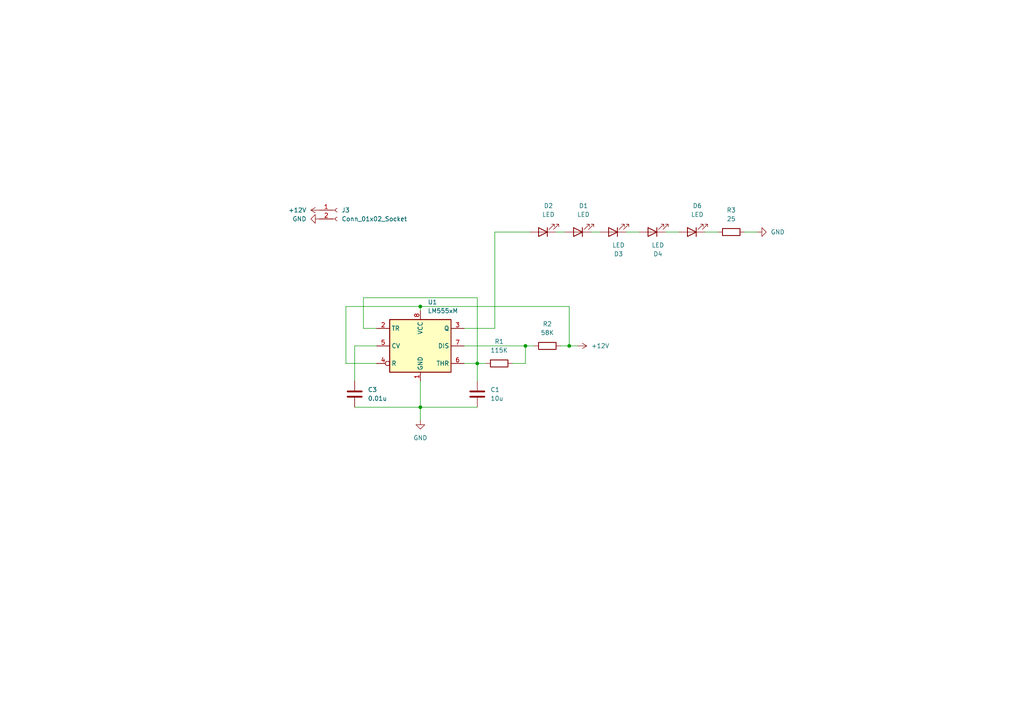
<source format=kicad_sch>
(kicad_sch
	(version 20250114)
	(generator "eeschema")
	(generator_version "9.0")
	(uuid "14e047c4-ee79-416d-aae7-70b417451271")
	(paper "A4")
	(lib_symbols
		(symbol "Connector:Conn_01x02_Socket"
			(pin_names
				(offset 1.016)
				(hide yes)
			)
			(exclude_from_sim no)
			(in_bom yes)
			(on_board yes)
			(property "Reference" "J"
				(at 0 2.54 0)
				(effects
					(font
						(size 1.27 1.27)
					)
				)
			)
			(property "Value" "Conn_01x02_Socket"
				(at 0 -5.08 0)
				(effects
					(font
						(size 1.27 1.27)
					)
				)
			)
			(property "Footprint" ""
				(at 0 0 0)
				(effects
					(font
						(size 1.27 1.27)
					)
					(hide yes)
				)
			)
			(property "Datasheet" "~"
				(at 0 0 0)
				(effects
					(font
						(size 1.27 1.27)
					)
					(hide yes)
				)
			)
			(property "Description" "Generic connector, single row, 01x02, script generated"
				(at 0 0 0)
				(effects
					(font
						(size 1.27 1.27)
					)
					(hide yes)
				)
			)
			(property "ki_locked" ""
				(at 0 0 0)
				(effects
					(font
						(size 1.27 1.27)
					)
				)
			)
			(property "ki_keywords" "connector"
				(at 0 0 0)
				(effects
					(font
						(size 1.27 1.27)
					)
					(hide yes)
				)
			)
			(property "ki_fp_filters" "Connector*:*_1x??_*"
				(at 0 0 0)
				(effects
					(font
						(size 1.27 1.27)
					)
					(hide yes)
				)
			)
			(symbol "Conn_01x02_Socket_1_1"
				(polyline
					(pts
						(xy -1.27 0) (xy -0.508 0)
					)
					(stroke
						(width 0.1524)
						(type default)
					)
					(fill
						(type none)
					)
				)
				(polyline
					(pts
						(xy -1.27 -2.54) (xy -0.508 -2.54)
					)
					(stroke
						(width 0.1524)
						(type default)
					)
					(fill
						(type none)
					)
				)
				(arc
					(start 0 -0.508)
					(mid -0.5058 0)
					(end 0 0.508)
					(stroke
						(width 0.1524)
						(type default)
					)
					(fill
						(type none)
					)
				)
				(arc
					(start 0 -3.048)
					(mid -0.5058 -2.54)
					(end 0 -2.032)
					(stroke
						(width 0.1524)
						(type default)
					)
					(fill
						(type none)
					)
				)
				(pin passive line
					(at -5.08 0 0)
					(length 3.81)
					(name "Pin_1"
						(effects
							(font
								(size 1.27 1.27)
							)
						)
					)
					(number "1"
						(effects
							(font
								(size 1.27 1.27)
							)
						)
					)
				)
				(pin passive line
					(at -5.08 -2.54 0)
					(length 3.81)
					(name "Pin_2"
						(effects
							(font
								(size 1.27 1.27)
							)
						)
					)
					(number "2"
						(effects
							(font
								(size 1.27 1.27)
							)
						)
					)
				)
			)
			(embedded_fonts no)
		)
		(symbol "Device:C"
			(pin_numbers
				(hide yes)
			)
			(pin_names
				(offset 0.254)
			)
			(exclude_from_sim no)
			(in_bom yes)
			(on_board yes)
			(property "Reference" "C"
				(at 0.635 2.54 0)
				(effects
					(font
						(size 1.27 1.27)
					)
					(justify left)
				)
			)
			(property "Value" "C"
				(at 0.635 -2.54 0)
				(effects
					(font
						(size 1.27 1.27)
					)
					(justify left)
				)
			)
			(property "Footprint" ""
				(at 0.9652 -3.81 0)
				(effects
					(font
						(size 1.27 1.27)
					)
					(hide yes)
				)
			)
			(property "Datasheet" "~"
				(at 0 0 0)
				(effects
					(font
						(size 1.27 1.27)
					)
					(hide yes)
				)
			)
			(property "Description" "Unpolarized capacitor"
				(at 0 0 0)
				(effects
					(font
						(size 1.27 1.27)
					)
					(hide yes)
				)
			)
			(property "ki_keywords" "cap capacitor"
				(at 0 0 0)
				(effects
					(font
						(size 1.27 1.27)
					)
					(hide yes)
				)
			)
			(property "ki_fp_filters" "C_*"
				(at 0 0 0)
				(effects
					(font
						(size 1.27 1.27)
					)
					(hide yes)
				)
			)
			(symbol "C_0_1"
				(polyline
					(pts
						(xy -2.032 0.762) (xy 2.032 0.762)
					)
					(stroke
						(width 0.508)
						(type default)
					)
					(fill
						(type none)
					)
				)
				(polyline
					(pts
						(xy -2.032 -0.762) (xy 2.032 -0.762)
					)
					(stroke
						(width 0.508)
						(type default)
					)
					(fill
						(type none)
					)
				)
			)
			(symbol "C_1_1"
				(pin passive line
					(at 0 3.81 270)
					(length 2.794)
					(name "~"
						(effects
							(font
								(size 1.27 1.27)
							)
						)
					)
					(number "1"
						(effects
							(font
								(size 1.27 1.27)
							)
						)
					)
				)
				(pin passive line
					(at 0 -3.81 90)
					(length 2.794)
					(name "~"
						(effects
							(font
								(size 1.27 1.27)
							)
						)
					)
					(number "2"
						(effects
							(font
								(size 1.27 1.27)
							)
						)
					)
				)
			)
			(embedded_fonts no)
		)
		(symbol "Device:LED"
			(pin_numbers
				(hide yes)
			)
			(pin_names
				(offset 1.016)
				(hide yes)
			)
			(exclude_from_sim no)
			(in_bom yes)
			(on_board yes)
			(property "Reference" "D"
				(at 0 2.54 0)
				(effects
					(font
						(size 1.27 1.27)
					)
				)
			)
			(property "Value" "LED"
				(at 0 -2.54 0)
				(effects
					(font
						(size 1.27 1.27)
					)
				)
			)
			(property "Footprint" ""
				(at 0 0 0)
				(effects
					(font
						(size 1.27 1.27)
					)
					(hide yes)
				)
			)
			(property "Datasheet" "~"
				(at 0 0 0)
				(effects
					(font
						(size 1.27 1.27)
					)
					(hide yes)
				)
			)
			(property "Description" "Light emitting diode"
				(at 0 0 0)
				(effects
					(font
						(size 1.27 1.27)
					)
					(hide yes)
				)
			)
			(property "Sim.Pins" "1=K 2=A"
				(at 0 0 0)
				(effects
					(font
						(size 1.27 1.27)
					)
					(hide yes)
				)
			)
			(property "ki_keywords" "LED diode"
				(at 0 0 0)
				(effects
					(font
						(size 1.27 1.27)
					)
					(hide yes)
				)
			)
			(property "ki_fp_filters" "LED* LED_SMD:* LED_THT:*"
				(at 0 0 0)
				(effects
					(font
						(size 1.27 1.27)
					)
					(hide yes)
				)
			)
			(symbol "LED_0_1"
				(polyline
					(pts
						(xy -3.048 -0.762) (xy -4.572 -2.286) (xy -3.81 -2.286) (xy -4.572 -2.286) (xy -4.572 -1.524)
					)
					(stroke
						(width 0)
						(type default)
					)
					(fill
						(type none)
					)
				)
				(polyline
					(pts
						(xy -1.778 -0.762) (xy -3.302 -2.286) (xy -2.54 -2.286) (xy -3.302 -2.286) (xy -3.302 -1.524)
					)
					(stroke
						(width 0)
						(type default)
					)
					(fill
						(type none)
					)
				)
				(polyline
					(pts
						(xy -1.27 0) (xy 1.27 0)
					)
					(stroke
						(width 0)
						(type default)
					)
					(fill
						(type none)
					)
				)
				(polyline
					(pts
						(xy -1.27 -1.27) (xy -1.27 1.27)
					)
					(stroke
						(width 0.254)
						(type default)
					)
					(fill
						(type none)
					)
				)
				(polyline
					(pts
						(xy 1.27 -1.27) (xy 1.27 1.27) (xy -1.27 0) (xy 1.27 -1.27)
					)
					(stroke
						(width 0.254)
						(type default)
					)
					(fill
						(type none)
					)
				)
			)
			(symbol "LED_1_1"
				(pin passive line
					(at -3.81 0 0)
					(length 2.54)
					(name "K"
						(effects
							(font
								(size 1.27 1.27)
							)
						)
					)
					(number "1"
						(effects
							(font
								(size 1.27 1.27)
							)
						)
					)
				)
				(pin passive line
					(at 3.81 0 180)
					(length 2.54)
					(name "A"
						(effects
							(font
								(size 1.27 1.27)
							)
						)
					)
					(number "2"
						(effects
							(font
								(size 1.27 1.27)
							)
						)
					)
				)
			)
			(embedded_fonts no)
		)
		(symbol "Device:R"
			(pin_numbers
				(hide yes)
			)
			(pin_names
				(offset 0)
			)
			(exclude_from_sim no)
			(in_bom yes)
			(on_board yes)
			(property "Reference" "R"
				(at 2.032 0 90)
				(effects
					(font
						(size 1.27 1.27)
					)
				)
			)
			(property "Value" "R"
				(at 0 0 90)
				(effects
					(font
						(size 1.27 1.27)
					)
				)
			)
			(property "Footprint" ""
				(at -1.778 0 90)
				(effects
					(font
						(size 1.27 1.27)
					)
					(hide yes)
				)
			)
			(property "Datasheet" "~"
				(at 0 0 0)
				(effects
					(font
						(size 1.27 1.27)
					)
					(hide yes)
				)
			)
			(property "Description" "Resistor"
				(at 0 0 0)
				(effects
					(font
						(size 1.27 1.27)
					)
					(hide yes)
				)
			)
			(property "ki_keywords" "R res resistor"
				(at 0 0 0)
				(effects
					(font
						(size 1.27 1.27)
					)
					(hide yes)
				)
			)
			(property "ki_fp_filters" "R_*"
				(at 0 0 0)
				(effects
					(font
						(size 1.27 1.27)
					)
					(hide yes)
				)
			)
			(symbol "R_0_1"
				(rectangle
					(start -1.016 -2.54)
					(end 1.016 2.54)
					(stroke
						(width 0.254)
						(type default)
					)
					(fill
						(type none)
					)
				)
			)
			(symbol "R_1_1"
				(pin passive line
					(at 0 3.81 270)
					(length 1.27)
					(name "~"
						(effects
							(font
								(size 1.27 1.27)
							)
						)
					)
					(number "1"
						(effects
							(font
								(size 1.27 1.27)
							)
						)
					)
				)
				(pin passive line
					(at 0 -3.81 90)
					(length 1.27)
					(name "~"
						(effects
							(font
								(size 1.27 1.27)
							)
						)
					)
					(number "2"
						(effects
							(font
								(size 1.27 1.27)
							)
						)
					)
				)
			)
			(embedded_fonts no)
		)
		(symbol "Timer:LM555xM"
			(exclude_from_sim no)
			(in_bom yes)
			(on_board yes)
			(property "Reference" "U"
				(at -10.16 8.89 0)
				(effects
					(font
						(size 1.27 1.27)
					)
					(justify left)
				)
			)
			(property "Value" "LM555xM"
				(at 2.54 8.89 0)
				(effects
					(font
						(size 1.27 1.27)
					)
					(justify left)
				)
			)
			(property "Footprint" "Package_SO:SOIC-8_3.9x4.9mm_P1.27mm"
				(at 21.59 -10.16 0)
				(effects
					(font
						(size 1.27 1.27)
					)
					(hide yes)
				)
			)
			(property "Datasheet" "http://www.ti.com/lit/ds/symlink/lm555.pdf"
				(at 21.59 -10.16 0)
				(effects
					(font
						(size 1.27 1.27)
					)
					(hide yes)
				)
			)
			(property "Description" "Timer, 555 compatible, SOIC-8"
				(at 0 0 0)
				(effects
					(font
						(size 1.27 1.27)
					)
					(hide yes)
				)
			)
			(property "ki_keywords" "single timer 555"
				(at 0 0 0)
				(effects
					(font
						(size 1.27 1.27)
					)
					(hide yes)
				)
			)
			(property "ki_fp_filters" "SOIC*3.9x4.9mm*P1.27mm*"
				(at 0 0 0)
				(effects
					(font
						(size 1.27 1.27)
					)
					(hide yes)
				)
			)
			(symbol "LM555xM_0_0"
				(pin power_in line
					(at 0 10.16 270)
					(length 2.54)
					(name "VCC"
						(effects
							(font
								(size 1.27 1.27)
							)
						)
					)
					(number "8"
						(effects
							(font
								(size 1.27 1.27)
							)
						)
					)
				)
				(pin power_in line
					(at 0 -10.16 90)
					(length 2.54)
					(name "GND"
						(effects
							(font
								(size 1.27 1.27)
							)
						)
					)
					(number "1"
						(effects
							(font
								(size 1.27 1.27)
							)
						)
					)
				)
			)
			(symbol "LM555xM_0_1"
				(rectangle
					(start -8.89 -7.62)
					(end 8.89 7.62)
					(stroke
						(width 0.254)
						(type default)
					)
					(fill
						(type background)
					)
				)
				(rectangle
					(start -8.89 -7.62)
					(end 8.89 7.62)
					(stroke
						(width 0.254)
						(type default)
					)
					(fill
						(type background)
					)
				)
			)
			(symbol "LM555xM_1_1"
				(pin input line
					(at -12.7 5.08 0)
					(length 3.81)
					(name "TR"
						(effects
							(font
								(size 1.27 1.27)
							)
						)
					)
					(number "2"
						(effects
							(font
								(size 1.27 1.27)
							)
						)
					)
				)
				(pin input line
					(at -12.7 0 0)
					(length 3.81)
					(name "CV"
						(effects
							(font
								(size 1.27 1.27)
							)
						)
					)
					(number "5"
						(effects
							(font
								(size 1.27 1.27)
							)
						)
					)
				)
				(pin input inverted
					(at -12.7 -5.08 0)
					(length 3.81)
					(name "R"
						(effects
							(font
								(size 1.27 1.27)
							)
						)
					)
					(number "4"
						(effects
							(font
								(size 1.27 1.27)
							)
						)
					)
				)
				(pin output line
					(at 12.7 5.08 180)
					(length 3.81)
					(name "Q"
						(effects
							(font
								(size 1.27 1.27)
							)
						)
					)
					(number "3"
						(effects
							(font
								(size 1.27 1.27)
							)
						)
					)
				)
				(pin input line
					(at 12.7 0 180)
					(length 3.81)
					(name "DIS"
						(effects
							(font
								(size 1.27 1.27)
							)
						)
					)
					(number "7"
						(effects
							(font
								(size 1.27 1.27)
							)
						)
					)
				)
				(pin input line
					(at 12.7 -5.08 180)
					(length 3.81)
					(name "THR"
						(effects
							(font
								(size 1.27 1.27)
							)
						)
					)
					(number "6"
						(effects
							(font
								(size 1.27 1.27)
							)
						)
					)
				)
			)
			(embedded_fonts no)
		)
		(symbol "power:+12V"
			(power)
			(pin_numbers
				(hide yes)
			)
			(pin_names
				(offset 0)
				(hide yes)
			)
			(exclude_from_sim no)
			(in_bom yes)
			(on_board yes)
			(property "Reference" "#PWR"
				(at 0 -3.81 0)
				(effects
					(font
						(size 1.27 1.27)
					)
					(hide yes)
				)
			)
			(property "Value" "+12V"
				(at 0 3.556 0)
				(effects
					(font
						(size 1.27 1.27)
					)
				)
			)
			(property "Footprint" ""
				(at 0 0 0)
				(effects
					(font
						(size 1.27 1.27)
					)
					(hide yes)
				)
			)
			(property "Datasheet" ""
				(at 0 0 0)
				(effects
					(font
						(size 1.27 1.27)
					)
					(hide yes)
				)
			)
			(property "Description" "Power symbol creates a global label with name \"+12V\""
				(at 0 0 0)
				(effects
					(font
						(size 1.27 1.27)
					)
					(hide yes)
				)
			)
			(property "ki_keywords" "global power"
				(at 0 0 0)
				(effects
					(font
						(size 1.27 1.27)
					)
					(hide yes)
				)
			)
			(symbol "+12V_0_1"
				(polyline
					(pts
						(xy -0.762 1.27) (xy 0 2.54)
					)
					(stroke
						(width 0)
						(type default)
					)
					(fill
						(type none)
					)
				)
				(polyline
					(pts
						(xy 0 2.54) (xy 0.762 1.27)
					)
					(stroke
						(width 0)
						(type default)
					)
					(fill
						(type none)
					)
				)
				(polyline
					(pts
						(xy 0 0) (xy 0 2.54)
					)
					(stroke
						(width 0)
						(type default)
					)
					(fill
						(type none)
					)
				)
			)
			(symbol "+12V_1_1"
				(pin power_in line
					(at 0 0 90)
					(length 0)
					(name "~"
						(effects
							(font
								(size 1.27 1.27)
							)
						)
					)
					(number "1"
						(effects
							(font
								(size 1.27 1.27)
							)
						)
					)
				)
			)
			(embedded_fonts no)
		)
		(symbol "power:GND"
			(power)
			(pin_numbers
				(hide yes)
			)
			(pin_names
				(offset 0)
				(hide yes)
			)
			(exclude_from_sim no)
			(in_bom yes)
			(on_board yes)
			(property "Reference" "#PWR"
				(at 0 -6.35 0)
				(effects
					(font
						(size 1.27 1.27)
					)
					(hide yes)
				)
			)
			(property "Value" "GND"
				(at 0 -3.81 0)
				(effects
					(font
						(size 1.27 1.27)
					)
				)
			)
			(property "Footprint" ""
				(at 0 0 0)
				(effects
					(font
						(size 1.27 1.27)
					)
					(hide yes)
				)
			)
			(property "Datasheet" ""
				(at 0 0 0)
				(effects
					(font
						(size 1.27 1.27)
					)
					(hide yes)
				)
			)
			(property "Description" "Power symbol creates a global label with name \"GND\" , ground"
				(at 0 0 0)
				(effects
					(font
						(size 1.27 1.27)
					)
					(hide yes)
				)
			)
			(property "ki_keywords" "global power"
				(at 0 0 0)
				(effects
					(font
						(size 1.27 1.27)
					)
					(hide yes)
				)
			)
			(symbol "GND_0_1"
				(polyline
					(pts
						(xy 0 0) (xy 0 -1.27) (xy 1.27 -1.27) (xy 0 -2.54) (xy -1.27 -1.27) (xy 0 -1.27)
					)
					(stroke
						(width 0)
						(type default)
					)
					(fill
						(type none)
					)
				)
			)
			(symbol "GND_1_1"
				(pin power_in line
					(at 0 0 270)
					(length 0)
					(name "~"
						(effects
							(font
								(size 1.27 1.27)
							)
						)
					)
					(number "1"
						(effects
							(font
								(size 1.27 1.27)
							)
						)
					)
				)
			)
			(embedded_fonts no)
		)
	)
	(junction
		(at 165.1 100.33)
		(diameter 0)
		(color 0 0 0 0)
		(uuid "6178d37b-919c-44c2-94c4-c20092e4dfe1")
	)
	(junction
		(at 121.92 88.9)
		(diameter 0)
		(color 0 0 0 0)
		(uuid "b33193a6-12e0-472c-b6a3-5df2d9156c7e")
	)
	(junction
		(at 152.4 100.33)
		(diameter 0)
		(color 0 0 0 0)
		(uuid "b7c2a731-7c6b-4c2a-a926-bd90a427e0e7")
	)
	(junction
		(at 121.92 118.11)
		(diameter 0)
		(color 0 0 0 0)
		(uuid "d81a92e3-1397-4b53-a2d3-e8e8e9d474c6")
	)
	(junction
		(at 138.43 105.41)
		(diameter 0)
		(color 0 0 0 0)
		(uuid "e8e983c3-ad14-493f-af81-4818d795347c")
	)
	(wire
		(pts
			(xy 171.45 67.31) (xy 173.99 67.31)
		)
		(stroke
			(width 0)
			(type default)
		)
		(uuid "0175f101-4ce0-4415-aec5-56c8a395eed2")
	)
	(wire
		(pts
			(xy 215.9 67.31) (xy 219.71 67.31)
		)
		(stroke
			(width 0)
			(type default)
		)
		(uuid "0ab8b1ac-5457-460d-a113-729a9146284e")
	)
	(wire
		(pts
			(xy 100.33 105.41) (xy 100.33 88.9)
		)
		(stroke
			(width 0)
			(type default)
		)
		(uuid "15f4a6eb-6dd9-4c0c-b94a-7ef3be340763")
	)
	(wire
		(pts
			(xy 121.92 118.11) (xy 121.92 121.92)
		)
		(stroke
			(width 0)
			(type default)
		)
		(uuid "16c219f5-9114-4658-94b5-41ed78134d29")
	)
	(wire
		(pts
			(xy 193.04 67.31) (xy 196.85 67.31)
		)
		(stroke
			(width 0)
			(type default)
		)
		(uuid "17495b1f-6de0-4078-b28c-6cd55a040193")
	)
	(wire
		(pts
			(xy 134.62 100.33) (xy 152.4 100.33)
		)
		(stroke
			(width 0)
			(type default)
		)
		(uuid "18ea356f-5cb4-45f3-a8bf-18406be835e6")
	)
	(wire
		(pts
			(xy 121.92 110.49) (xy 121.92 118.11)
		)
		(stroke
			(width 0)
			(type default)
		)
		(uuid "1f6c5bf7-ee6c-40de-85df-f374fa63d976")
	)
	(wire
		(pts
			(xy 138.43 105.41) (xy 138.43 110.49)
		)
		(stroke
			(width 0)
			(type default)
		)
		(uuid "221e2674-2681-4ff4-aa07-9131da80733a")
	)
	(wire
		(pts
			(xy 134.62 105.41) (xy 138.43 105.41)
		)
		(stroke
			(width 0)
			(type default)
		)
		(uuid "275990db-f4ab-4931-b1dd-f997a3a3cda1")
	)
	(wire
		(pts
			(xy 161.29 67.31) (xy 163.83 67.31)
		)
		(stroke
			(width 0)
			(type default)
		)
		(uuid "30236047-f8e3-497c-8ce8-3a07c85c9aa0")
	)
	(wire
		(pts
			(xy 102.87 118.11) (xy 121.92 118.11)
		)
		(stroke
			(width 0)
			(type default)
		)
		(uuid "33ff2e89-b436-470a-9715-77993abcfc64")
	)
	(wire
		(pts
			(xy 102.87 100.33) (xy 102.87 110.49)
		)
		(stroke
			(width 0)
			(type default)
		)
		(uuid "4381f893-435e-41b1-b853-e52c9c32c79d")
	)
	(wire
		(pts
			(xy 143.51 95.25) (xy 143.51 67.31)
		)
		(stroke
			(width 0)
			(type default)
		)
		(uuid "5b32ee15-2801-466a-9112-d30e7ff9ec2b")
	)
	(wire
		(pts
			(xy 148.59 105.41) (xy 152.4 105.41)
		)
		(stroke
			(width 0)
			(type default)
		)
		(uuid "6824f0da-a1d8-4103-8e4b-f34e031a939d")
	)
	(wire
		(pts
			(xy 162.56 100.33) (xy 165.1 100.33)
		)
		(stroke
			(width 0)
			(type default)
		)
		(uuid "88a869f6-aff7-4460-8d87-1a09e9ebd79a")
	)
	(wire
		(pts
			(xy 121.92 88.9) (xy 165.1 88.9)
		)
		(stroke
			(width 0)
			(type default)
		)
		(uuid "89229a93-f70c-4007-b47d-3b0a6e011629")
	)
	(wire
		(pts
			(xy 181.61 67.31) (xy 185.42 67.31)
		)
		(stroke
			(width 0)
			(type default)
		)
		(uuid "9028b4fd-7dfb-4913-aeb3-9c31e2c89cb8")
	)
	(wire
		(pts
			(xy 165.1 100.33) (xy 167.64 100.33)
		)
		(stroke
			(width 0)
			(type default)
		)
		(uuid "90c6b484-798f-4e3a-9011-3e7ab20379ff")
	)
	(wire
		(pts
			(xy 109.22 100.33) (xy 102.87 100.33)
		)
		(stroke
			(width 0)
			(type default)
		)
		(uuid "9311228c-11bc-4348-812b-323179a8d618")
	)
	(wire
		(pts
			(xy 138.43 86.36) (xy 138.43 105.41)
		)
		(stroke
			(width 0)
			(type default)
		)
		(uuid "99454a7c-00db-4e9a-9775-945b753d0fd9")
	)
	(wire
		(pts
			(xy 109.22 105.41) (xy 100.33 105.41)
		)
		(stroke
			(width 0)
			(type default)
		)
		(uuid "a32d73fd-0ffd-4072-a009-bd04be155a3a")
	)
	(wire
		(pts
			(xy 121.92 88.9) (xy 121.92 90.17)
		)
		(stroke
			(width 0)
			(type default)
		)
		(uuid "af00744b-106b-40d5-9338-a306d92961cd")
	)
	(wire
		(pts
			(xy 165.1 88.9) (xy 165.1 100.33)
		)
		(stroke
			(width 0)
			(type default)
		)
		(uuid "bb38b62e-0de5-4854-8769-c24364bc2131")
	)
	(wire
		(pts
			(xy 109.22 95.25) (xy 105.41 95.25)
		)
		(stroke
			(width 0)
			(type default)
		)
		(uuid "c624a28c-73fe-47b8-ae22-bdbe8e325fae")
	)
	(wire
		(pts
			(xy 105.41 95.25) (xy 105.41 86.36)
		)
		(stroke
			(width 0)
			(type default)
		)
		(uuid "c73951ed-7975-4afa-937c-3578ffea3d86")
	)
	(wire
		(pts
			(xy 138.43 105.41) (xy 140.97 105.41)
		)
		(stroke
			(width 0)
			(type default)
		)
		(uuid "ca5b184f-a497-44de-b0ac-6a278763d174")
	)
	(wire
		(pts
			(xy 143.51 67.31) (xy 153.67 67.31)
		)
		(stroke
			(width 0)
			(type default)
		)
		(uuid "ccd550de-5a51-4a40-8999-49e629ff13ee")
	)
	(wire
		(pts
			(xy 100.33 88.9) (xy 121.92 88.9)
		)
		(stroke
			(width 0)
			(type default)
		)
		(uuid "d01f5a8e-aff0-441d-9380-307b81bbfa06")
	)
	(wire
		(pts
			(xy 134.62 95.25) (xy 143.51 95.25)
		)
		(stroke
			(width 0)
			(type default)
		)
		(uuid "e71e9b4e-a96e-41bc-aea8-1745d4e6585f")
	)
	(wire
		(pts
			(xy 152.4 100.33) (xy 154.94 100.33)
		)
		(stroke
			(width 0)
			(type default)
		)
		(uuid "e7df0ab9-bb32-4ae9-9744-b6f5c10391fc")
	)
	(wire
		(pts
			(xy 152.4 100.33) (xy 152.4 105.41)
		)
		(stroke
			(width 0)
			(type default)
		)
		(uuid "edec01fe-7b56-436b-b4b5-467ae0e6e456")
	)
	(wire
		(pts
			(xy 105.41 86.36) (xy 138.43 86.36)
		)
		(stroke
			(width 0)
			(type default)
		)
		(uuid "f22dca82-ef9a-4c8b-905d-249285d903d0")
	)
	(wire
		(pts
			(xy 121.92 118.11) (xy 138.43 118.11)
		)
		(stroke
			(width 0)
			(type default)
		)
		(uuid "f86f227f-bae3-488c-b0ad-2fda44c1f23c")
	)
	(wire
		(pts
			(xy 204.47 67.31) (xy 208.28 67.31)
		)
		(stroke
			(width 0)
			(type default)
		)
		(uuid "fd60f9e2-da7f-4ba9-b591-9b46c774ccd5")
	)
	(symbol
		(lib_id "Device:C")
		(at 102.87 114.3 0)
		(unit 1)
		(exclude_from_sim no)
		(in_bom yes)
		(on_board yes)
		(dnp no)
		(fields_autoplaced yes)
		(uuid "34ab9b38-b40b-47a1-9735-99761f18f528")
		(property "Reference" "C3"
			(at 106.68 113.0299 0)
			(effects
				(font
					(size 1.27 1.27)
				)
				(justify left)
			)
		)
		(property "Value" "0.01u"
			(at 106.68 115.5699 0)
			(effects
				(font
					(size 1.27 1.27)
				)
				(justify left)
			)
		)
		(property "Footprint" "Capacitor_SMD:C_0805_2012Metric"
			(at 103.8352 118.11 0)
			(effects
				(font
					(size 1.27 1.27)
				)
				(hide yes)
			)
		)
		(property "Datasheet" "~"
			(at 102.87 114.3 0)
			(effects
				(font
					(size 1.27 1.27)
				)
				(hide yes)
			)
		)
		(property "Description" "Unpolarized capacitor"
			(at 102.87 114.3 0)
			(effects
				(font
					(size 1.27 1.27)
				)
				(hide yes)
			)
		)
		(pin "2"
			(uuid "b1c59746-fae3-4879-bff2-af156e071c4a")
		)
		(pin "1"
			(uuid "0855ba8c-fc26-4bec-9bfd-b1a0748f69a5")
		)
		(instances
			(project ""
				(path "/14e047c4-ee79-416d-aae7-70b417451271"
					(reference "C3")
					(unit 1)
				)
			)
		)
	)
	(symbol
		(lib_id "power:+12V")
		(at 92.71 60.96 90)
		(unit 1)
		(exclude_from_sim no)
		(in_bom yes)
		(on_board yes)
		(dnp no)
		(fields_autoplaced yes)
		(uuid "44bcb7cb-3877-4026-98e0-754c49ff750e")
		(property "Reference" "#PWR06"
			(at 96.52 60.96 0)
			(effects
				(font
					(size 1.27 1.27)
				)
				(hide yes)
			)
		)
		(property "Value" "+12V"
			(at 88.9 60.9599 90)
			(effects
				(font
					(size 1.27 1.27)
				)
				(justify left)
			)
		)
		(property "Footprint" ""
			(at 92.71 60.96 0)
			(effects
				(font
					(size 1.27 1.27)
				)
				(hide yes)
			)
		)
		(property "Datasheet" ""
			(at 92.71 60.96 0)
			(effects
				(font
					(size 1.27 1.27)
				)
				(hide yes)
			)
		)
		(property "Description" "Power symbol creates a global label with name \"+12V\""
			(at 92.71 60.96 0)
			(effects
				(font
					(size 1.27 1.27)
				)
				(hide yes)
			)
		)
		(pin "1"
			(uuid "fabfc048-a52a-4140-b624-d437cecdfb3a")
		)
		(instances
			(project ""
				(path "/14e047c4-ee79-416d-aae7-70b417451271"
					(reference "#PWR06")
					(unit 1)
				)
			)
		)
	)
	(symbol
		(lib_id "Device:R")
		(at 212.09 67.31 90)
		(unit 1)
		(exclude_from_sim no)
		(in_bom yes)
		(on_board yes)
		(dnp no)
		(fields_autoplaced yes)
		(uuid "53f7236d-e1eb-491b-bd94-d44213c6cde5")
		(property "Reference" "R3"
			(at 212.09 60.96 90)
			(effects
				(font
					(size 1.27 1.27)
				)
			)
		)
		(property "Value" "25"
			(at 212.09 63.5 90)
			(effects
				(font
					(size 1.27 1.27)
				)
			)
		)
		(property "Footprint" "Resistor_SMD:R_0805_2012Metric"
			(at 212.09 69.088 90)
			(effects
				(font
					(size 1.27 1.27)
				)
				(hide yes)
			)
		)
		(property "Datasheet" "~"
			(at 212.09 67.31 0)
			(effects
				(font
					(size 1.27 1.27)
				)
				(hide yes)
			)
		)
		(property "Description" "Resistor"
			(at 212.09 67.31 0)
			(effects
				(font
					(size 1.27 1.27)
				)
				(hide yes)
			)
		)
		(pin "1"
			(uuid "ac9e22c6-4574-4e34-bd2d-852a94b0d3d1")
		)
		(pin "2"
			(uuid "2ca8d377-c453-4320-97c0-94763fd44959")
		)
		(instances
			(project ""
				(path "/14e047c4-ee79-416d-aae7-70b417451271"
					(reference "R3")
					(unit 1)
				)
			)
		)
	)
	(symbol
		(lib_id "power:+12V")
		(at 167.64 100.33 270)
		(unit 1)
		(exclude_from_sim no)
		(in_bom yes)
		(on_board yes)
		(dnp no)
		(fields_autoplaced yes)
		(uuid "5f1c40f2-2a02-4e7b-8ad7-f4dba0b5bcfe")
		(property "Reference" "#PWR03"
			(at 163.83 100.33 0)
			(effects
				(font
					(size 1.27 1.27)
				)
				(hide yes)
			)
		)
		(property "Value" "+12V"
			(at 171.45 100.3299 90)
			(effects
				(font
					(size 1.27 1.27)
				)
				(justify left)
			)
		)
		(property "Footprint" ""
			(at 167.64 100.33 0)
			(effects
				(font
					(size 1.27 1.27)
				)
				(hide yes)
			)
		)
		(property "Datasheet" ""
			(at 167.64 100.33 0)
			(effects
				(font
					(size 1.27 1.27)
				)
				(hide yes)
			)
		)
		(property "Description" "Power symbol creates a global label with name \"+12V\""
			(at 167.64 100.33 0)
			(effects
				(font
					(size 1.27 1.27)
				)
				(hide yes)
			)
		)
		(pin "1"
			(uuid "35848968-35f9-4801-9e13-988e1248726d")
		)
		(instances
			(project ""
				(path "/14e047c4-ee79-416d-aae7-70b417451271"
					(reference "#PWR03")
					(unit 1)
				)
			)
		)
	)
	(symbol
		(lib_id "Device:R")
		(at 144.78 105.41 90)
		(unit 1)
		(exclude_from_sim no)
		(in_bom yes)
		(on_board yes)
		(dnp no)
		(fields_autoplaced yes)
		(uuid "6a569c34-70c2-4b37-8dcc-471b0d1a60a4")
		(property "Reference" "R1"
			(at 144.78 99.06 90)
			(effects
				(font
					(size 1.27 1.27)
				)
			)
		)
		(property "Value" "115K"
			(at 144.78 101.6 90)
			(effects
				(font
					(size 1.27 1.27)
				)
			)
		)
		(property "Footprint" "Resistor_SMD:R_0805_2012Metric"
			(at 144.78 107.188 90)
			(effects
				(font
					(size 1.27 1.27)
				)
				(hide yes)
			)
		)
		(property "Datasheet" "~"
			(at 144.78 105.41 0)
			(effects
				(font
					(size 1.27 1.27)
				)
				(hide yes)
			)
		)
		(property "Description" "Resistor"
			(at 144.78 105.41 0)
			(effects
				(font
					(size 1.27 1.27)
				)
				(hide yes)
			)
		)
		(pin "1"
			(uuid "15dbfde5-6f7a-422c-8447-db45e9a0a861")
		)
		(pin "2"
			(uuid "8aeaa806-701f-483f-b1af-ca988c7d0d39")
		)
		(instances
			(project ""
				(path "/14e047c4-ee79-416d-aae7-70b417451271"
					(reference "R1")
					(unit 1)
				)
			)
		)
	)
	(symbol
		(lib_id "Connector:Conn_01x02_Socket")
		(at 97.79 60.96 0)
		(unit 1)
		(exclude_from_sim no)
		(in_bom yes)
		(on_board yes)
		(dnp no)
		(fields_autoplaced yes)
		(uuid "71c3b043-3421-47d6-941c-3a08fa1659f3")
		(property "Reference" "J3"
			(at 99.06 60.9599 0)
			(effects
				(font
					(size 1.27 1.27)
				)
				(justify left)
			)
		)
		(property "Value" "Conn_01x02_Socket"
			(at 99.06 63.4999 0)
			(effects
				(font
					(size 1.27 1.27)
				)
				(justify left)
			)
		)
		(property "Footprint" "Connector_Molex:Molex_Micro-Fit_3.0_43650-0200_1x02_P3.00mm_Horizontal"
			(at 97.79 60.96 0)
			(effects
				(font
					(size 1.27 1.27)
				)
				(hide yes)
			)
		)
		(property "Datasheet" "~"
			(at 97.79 60.96 0)
			(effects
				(font
					(size 1.27 1.27)
				)
				(hide yes)
			)
		)
		(property "Description" "Generic connector, single row, 01x02, script generated"
			(at 97.79 60.96 0)
			(effects
				(font
					(size 1.27 1.27)
				)
				(hide yes)
			)
		)
		(pin "1"
			(uuid "b11695f5-8bee-4d72-8540-c0ebe9512cd3")
		)
		(pin "2"
			(uuid "ab216c01-04f1-442a-b338-6f0aef0aeebb")
		)
		(instances
			(project ""
				(path "/14e047c4-ee79-416d-aae7-70b417451271"
					(reference "J3")
					(unit 1)
				)
			)
		)
	)
	(symbol
		(lib_id "Device:LED")
		(at 167.64 67.31 180)
		(unit 1)
		(exclude_from_sim no)
		(in_bom yes)
		(on_board yes)
		(dnp no)
		(fields_autoplaced yes)
		(uuid "722f8e9c-61af-4c23-9f5e-b728de5e64e2")
		(property "Reference" "D1"
			(at 169.2275 59.69 0)
			(effects
				(font
					(size 1.27 1.27)
				)
			)
		)
		(property "Value" "LED"
			(at 169.2275 62.23 0)
			(effects
				(font
					(size 1.27 1.27)
				)
			)
		)
		(property "Footprint" "FirstProject Sep6-FOOTPRINT:HSMA-A421-Y00M1"
			(at 167.64 67.31 0)
			(effects
				(font
					(size 1.27 1.27)
				)
				(hide yes)
			)
		)
		(property "Datasheet" "~"
			(at 167.64 67.31 0)
			(effects
				(font
					(size 1.27 1.27)
				)
				(hide yes)
			)
		)
		(property "Description" "Light emitting diode"
			(at 167.64 67.31 0)
			(effects
				(font
					(size 1.27 1.27)
				)
				(hide yes)
			)
		)
		(property "Sim.Pins" "1=K 2=A"
			(at 167.64 67.31 0)
			(effects
				(font
					(size 1.27 1.27)
				)
				(hide yes)
			)
		)
		(pin "2"
			(uuid "845b3dc7-46a0-4365-ba1b-a9f5f04b13a0")
		)
		(pin "1"
			(uuid "711d10c5-e988-4e2f-8c5f-3588d93d6f94")
		)
		(instances
			(project ""
				(path "/14e047c4-ee79-416d-aae7-70b417451271"
					(reference "D1")
					(unit 1)
				)
			)
		)
	)
	(symbol
		(lib_id "power:GND")
		(at 121.92 121.92 0)
		(unit 1)
		(exclude_from_sim no)
		(in_bom yes)
		(on_board yes)
		(dnp no)
		(fields_autoplaced yes)
		(uuid "89cb8f6e-1fa6-4b7a-8a04-b44cc4dd1ab4")
		(property "Reference" "#PWR01"
			(at 121.92 128.27 0)
			(effects
				(font
					(size 1.27 1.27)
				)
				(hide yes)
			)
		)
		(property "Value" "GND"
			(at 121.92 127 0)
			(effects
				(font
					(size 1.27 1.27)
				)
			)
		)
		(property "Footprint" ""
			(at 121.92 121.92 0)
			(effects
				(font
					(size 1.27 1.27)
				)
				(hide yes)
			)
		)
		(property "Datasheet" ""
			(at 121.92 121.92 0)
			(effects
				(font
					(size 1.27 1.27)
				)
				(hide yes)
			)
		)
		(property "Description" "Power symbol creates a global label with name \"GND\" , ground"
			(at 121.92 121.92 0)
			(effects
				(font
					(size 1.27 1.27)
				)
				(hide yes)
			)
		)
		(pin "1"
			(uuid "15beaee7-4419-49f0-b8b8-feb184c254af")
		)
		(instances
			(project ""
				(path "/14e047c4-ee79-416d-aae7-70b417451271"
					(reference "#PWR01")
					(unit 1)
				)
			)
		)
	)
	(symbol
		(lib_id "Device:C")
		(at 138.43 114.3 0)
		(unit 1)
		(exclude_from_sim no)
		(in_bom yes)
		(on_board yes)
		(dnp no)
		(fields_autoplaced yes)
		(uuid "9a17fee8-f2fa-4972-8bd3-00caead1a783")
		(property "Reference" "C1"
			(at 142.24 113.0299 0)
			(effects
				(font
					(size 1.27 1.27)
				)
				(justify left)
			)
		)
		(property "Value" "10u"
			(at 142.24 115.5699 0)
			(effects
				(font
					(size 1.27 1.27)
				)
				(justify left)
			)
		)
		(property "Footprint" "Capacitor_SMD:C_0805_2012Metric"
			(at 139.3952 118.11 0)
			(effects
				(font
					(size 1.27 1.27)
				)
				(hide yes)
			)
		)
		(property "Datasheet" "~"
			(at 138.43 114.3 0)
			(effects
				(font
					(size 1.27 1.27)
				)
				(hide yes)
			)
		)
		(property "Description" "Unpolarized capacitor"
			(at 138.43 114.3 0)
			(effects
				(font
					(size 1.27 1.27)
				)
				(hide yes)
			)
		)
		(pin "1"
			(uuid "7f3bc455-7e01-46ec-a4d9-c18b4bd2b6f1")
		)
		(pin "2"
			(uuid "4f2b9dff-7f90-462d-9c95-9ef74b2a3438")
		)
		(instances
			(project ""
				(path "/14e047c4-ee79-416d-aae7-70b417451271"
					(reference "C1")
					(unit 1)
				)
			)
		)
	)
	(symbol
		(lib_id "Device:R")
		(at 158.75 100.33 90)
		(unit 1)
		(exclude_from_sim no)
		(in_bom yes)
		(on_board yes)
		(dnp no)
		(fields_autoplaced yes)
		(uuid "a2dcb941-1b4f-41b5-a4ba-4c1a90084b97")
		(property "Reference" "R2"
			(at 158.75 93.98 90)
			(effects
				(font
					(size 1.27 1.27)
				)
			)
		)
		(property "Value" "58K"
			(at 158.75 96.52 90)
			(effects
				(font
					(size 1.27 1.27)
				)
			)
		)
		(property "Footprint" "Resistor_SMD:R_0805_2012Metric"
			(at 158.75 102.108 90)
			(effects
				(font
					(size 1.27 1.27)
				)
				(hide yes)
			)
		)
		(property "Datasheet" "~"
			(at 158.75 100.33 0)
			(effects
				(font
					(size 1.27 1.27)
				)
				(hide yes)
			)
		)
		(property "Description" "Resistor"
			(at 158.75 100.33 0)
			(effects
				(font
					(size 1.27 1.27)
				)
				(hide yes)
			)
		)
		(pin "1"
			(uuid "80069a5a-39d7-42b0-945c-564af3e04a4d")
		)
		(pin "2"
			(uuid "1835a232-b61b-4d6e-8523-e95ad444a65a")
		)
		(instances
			(project ""
				(path "/14e047c4-ee79-416d-aae7-70b417451271"
					(reference "R2")
					(unit 1)
				)
			)
		)
	)
	(symbol
		(lib_id "Device:LED")
		(at 177.8 67.31 180)
		(unit 1)
		(exclude_from_sim no)
		(in_bom yes)
		(on_board yes)
		(dnp no)
		(fields_autoplaced yes)
		(uuid "ab5101a3-3db2-416f-a16f-45e47b27c7d9")
		(property "Reference" "D3"
			(at 179.3875 73.66 0)
			(effects
				(font
					(size 1.27 1.27)
				)
			)
		)
		(property "Value" "LED"
			(at 179.3875 71.12 0)
			(effects
				(font
					(size 1.27 1.27)
				)
			)
		)
		(property "Footprint" "FirstProject Sep6-FOOTPRINT:HSMA-A421-Y00M1"
			(at 177.8 67.31 0)
			(effects
				(font
					(size 1.27 1.27)
				)
				(hide yes)
			)
		)
		(property "Datasheet" "~"
			(at 177.8 67.31 0)
			(effects
				(font
					(size 1.27 1.27)
				)
				(hide yes)
			)
		)
		(property "Description" "Light emitting diode"
			(at 177.8 67.31 0)
			(effects
				(font
					(size 1.27 1.27)
				)
				(hide yes)
			)
		)
		(property "Sim.Pins" "1=K 2=A"
			(at 177.8 67.31 0)
			(effects
				(font
					(size 1.27 1.27)
				)
				(hide yes)
			)
		)
		(pin "1"
			(uuid "d5c44d2d-d081-4167-8ab9-7140dab3cad9")
		)
		(pin "2"
			(uuid "5383cd27-3188-4091-8927-d0bb98265826")
		)
		(instances
			(project ""
				(path "/14e047c4-ee79-416d-aae7-70b417451271"
					(reference "D3")
					(unit 1)
				)
			)
		)
	)
	(symbol
		(lib_id "power:GND")
		(at 219.71 67.31 90)
		(unit 1)
		(exclude_from_sim no)
		(in_bom yes)
		(on_board yes)
		(dnp no)
		(fields_autoplaced yes)
		(uuid "cf9a0083-dea4-4a80-a913-b63d00eb1be4")
		(property "Reference" "#PWR02"
			(at 226.06 67.31 0)
			(effects
				(font
					(size 1.27 1.27)
				)
				(hide yes)
			)
		)
		(property "Value" "GND"
			(at 223.52 67.3099 90)
			(effects
				(font
					(size 1.27 1.27)
				)
				(justify right)
			)
		)
		(property "Footprint" ""
			(at 219.71 67.31 0)
			(effects
				(font
					(size 1.27 1.27)
				)
				(hide yes)
			)
		)
		(property "Datasheet" ""
			(at 219.71 67.31 0)
			(effects
				(font
					(size 1.27 1.27)
				)
				(hide yes)
			)
		)
		(property "Description" "Power symbol creates a global label with name \"GND\" , ground"
			(at 219.71 67.31 0)
			(effects
				(font
					(size 1.27 1.27)
				)
				(hide yes)
			)
		)
		(pin "1"
			(uuid "fa706013-5012-4a2d-b1b5-d702bbf422e1")
		)
		(instances
			(project ""
				(path "/14e047c4-ee79-416d-aae7-70b417451271"
					(reference "#PWR02")
					(unit 1)
				)
			)
		)
	)
	(symbol
		(lib_id "power:GND")
		(at 92.71 63.5 270)
		(unit 1)
		(exclude_from_sim no)
		(in_bom yes)
		(on_board yes)
		(dnp no)
		(fields_autoplaced yes)
		(uuid "d095d11d-fe36-45a8-a1c4-4cb18ff5ea2f")
		(property "Reference" "#PWR05"
			(at 86.36 63.5 0)
			(effects
				(font
					(size 1.27 1.27)
				)
				(hide yes)
			)
		)
		(property "Value" "GND"
			(at 88.9 63.4999 90)
			(effects
				(font
					(size 1.27 1.27)
				)
				(justify right)
			)
		)
		(property "Footprint" ""
			(at 92.71 63.5 0)
			(effects
				(font
					(size 1.27 1.27)
				)
				(hide yes)
			)
		)
		(property "Datasheet" ""
			(at 92.71 63.5 0)
			(effects
				(font
					(size 1.27 1.27)
				)
				(hide yes)
			)
		)
		(property "Description" "Power symbol creates a global label with name \"GND\" , ground"
			(at 92.71 63.5 0)
			(effects
				(font
					(size 1.27 1.27)
				)
				(hide yes)
			)
		)
		(pin "1"
			(uuid "912ba5a9-f7a7-4259-afac-b57510638631")
		)
		(instances
			(project ""
				(path "/14e047c4-ee79-416d-aae7-70b417451271"
					(reference "#PWR05")
					(unit 1)
				)
			)
		)
	)
	(symbol
		(lib_id "Device:LED")
		(at 200.66 67.31 180)
		(unit 1)
		(exclude_from_sim no)
		(in_bom yes)
		(on_board yes)
		(dnp no)
		(fields_autoplaced yes)
		(uuid "def9acb2-b11b-4643-888f-bfe2da4e8b4f")
		(property "Reference" "D6"
			(at 202.2475 59.69 0)
			(effects
				(font
					(size 1.27 1.27)
				)
			)
		)
		(property "Value" "LED"
			(at 202.2475 62.23 0)
			(effects
				(font
					(size 1.27 1.27)
				)
			)
		)
		(property "Footprint" "FirstProject Sep6-FOOTPRINT:HSMA-A421-Y00M1"
			(at 200.66 67.31 0)
			(effects
				(font
					(size 1.27 1.27)
				)
				(hide yes)
			)
		)
		(property "Datasheet" "~"
			(at 200.66 67.31 0)
			(effects
				(font
					(size 1.27 1.27)
				)
				(hide yes)
			)
		)
		(property "Description" "Light emitting diode"
			(at 200.66 67.31 0)
			(effects
				(font
					(size 1.27 1.27)
				)
				(hide yes)
			)
		)
		(property "Sim.Pins" "1=K 2=A"
			(at 200.66 67.31 0)
			(effects
				(font
					(size 1.27 1.27)
				)
				(hide yes)
			)
		)
		(pin "1"
			(uuid "d5c44d2d-d081-4167-8ab9-7140dab3cada")
		)
		(pin "2"
			(uuid "5383cd27-3188-4091-8927-d0bb98265827")
		)
		(instances
			(project ""
				(path "/14e047c4-ee79-416d-aae7-70b417451271"
					(reference "D6")
					(unit 1)
				)
			)
		)
	)
	(symbol
		(lib_id "Device:LED")
		(at 157.48 67.31 180)
		(unit 1)
		(exclude_from_sim no)
		(in_bom yes)
		(on_board yes)
		(dnp no)
		(fields_autoplaced yes)
		(uuid "e19963b2-166f-44c8-bdb5-ae9878c17de6")
		(property "Reference" "D2"
			(at 159.0675 59.69 0)
			(effects
				(font
					(size 1.27 1.27)
				)
			)
		)
		(property "Value" "LED"
			(at 159.0675 62.23 0)
			(effects
				(font
					(size 1.27 1.27)
				)
			)
		)
		(property "Footprint" "FirstProject Sep6-FOOTPRINT:HSMA-A421-Y00M1"
			(at 157.48 67.31 0)
			(effects
				(font
					(size 1.27 1.27)
				)
				(hide yes)
			)
		)
		(property "Datasheet" "~"
			(at 157.48 67.31 0)
			(effects
				(font
					(size 1.27 1.27)
				)
				(hide yes)
			)
		)
		(property "Description" "Light emitting diode"
			(at 157.48 67.31 0)
			(effects
				(font
					(size 1.27 1.27)
				)
				(hide yes)
			)
		)
		(property "Sim.Pins" "1=K 2=A"
			(at 157.48 67.31 0)
			(effects
				(font
					(size 1.27 1.27)
				)
				(hide yes)
			)
		)
		(pin "1"
			(uuid "d5c44d2d-d081-4167-8ab9-7140dab3cadb")
		)
		(pin "2"
			(uuid "5383cd27-3188-4091-8927-d0bb98265828")
		)
		(instances
			(project ""
				(path "/14e047c4-ee79-416d-aae7-70b417451271"
					(reference "D2")
					(unit 1)
				)
			)
		)
	)
	(symbol
		(lib_id "Timer:LM555xM")
		(at 121.92 100.33 0)
		(unit 1)
		(exclude_from_sim no)
		(in_bom yes)
		(on_board yes)
		(dnp no)
		(fields_autoplaced yes)
		(uuid "e52dae9b-f2f0-4abf-aa26-ee0b8d8c3ecc")
		(property "Reference" "U1"
			(at 124.0633 87.63 0)
			(effects
				(font
					(size 1.27 1.27)
				)
				(justify left)
			)
		)
		(property "Value" "LM555xM"
			(at 124.0633 90.17 0)
			(effects
				(font
					(size 1.27 1.27)
				)
				(justify left)
			)
		)
		(property "Footprint" "Package_SO:SOIC-8_3.9x4.9mm_P1.27mm"
			(at 143.51 110.49 0)
			(effects
				(font
					(size 1.27 1.27)
				)
				(hide yes)
			)
		)
		(property "Datasheet" "http://www.ti.com/lit/ds/symlink/lm555.pdf"
			(at 143.51 110.49 0)
			(effects
				(font
					(size 1.27 1.27)
				)
				(hide yes)
			)
		)
		(property "Description" "Timer, 555 compatible, SOIC-8"
			(at 121.92 100.33 0)
			(effects
				(font
					(size 1.27 1.27)
				)
				(hide yes)
			)
		)
		(pin "8"
			(uuid "61a5d8a7-b62a-491c-94d4-c9e495fec6be")
		)
		(pin "4"
			(uuid "0542aef7-3813-4899-91ca-63ffa402eef7")
		)
		(pin "2"
			(uuid "4093533b-dcda-4c6c-9fe9-c280b506a2c3")
		)
		(pin "1"
			(uuid "a0c6a1f6-077a-4483-a6da-c78d3c1a5829")
		)
		(pin "5"
			(uuid "b40d8724-ec61-4d1e-92f3-1a8b5ddbb23f")
		)
		(pin "3"
			(uuid "7eb3082a-ebb3-4e2a-ba6c-7e095a4d7e35")
		)
		(pin "7"
			(uuid "51662944-a4d4-4ff6-a09c-5895f229fc89")
		)
		(pin "6"
			(uuid "0d4eaa79-327e-4a00-9e5f-40d77913ebe2")
		)
		(instances
			(project ""
				(path "/14e047c4-ee79-416d-aae7-70b417451271"
					(reference "U1")
					(unit 1)
				)
			)
		)
	)
	(symbol
		(lib_id "Device:LED")
		(at 189.23 67.31 180)
		(unit 1)
		(exclude_from_sim no)
		(in_bom yes)
		(on_board yes)
		(dnp no)
		(fields_autoplaced yes)
		(uuid "e98beee7-d2d7-40d7-a5af-d53bcf9ade38")
		(property "Reference" "D4"
			(at 190.8175 73.66 0)
			(effects
				(font
					(size 1.27 1.27)
				)
			)
		)
		(property "Value" "LED"
			(at 190.8175 71.12 0)
			(effects
				(font
					(size 1.27 1.27)
				)
			)
		)
		(property "Footprint" "FirstProject Sep6-FOOTPRINT:HSMA-A421-Y00M1"
			(at 189.23 67.31 0)
			(effects
				(font
					(size 1.27 1.27)
				)
				(hide yes)
			)
		)
		(property "Datasheet" "~"
			(at 189.23 67.31 0)
			(effects
				(font
					(size 1.27 1.27)
				)
				(hide yes)
			)
		)
		(property "Description" "Light emitting diode"
			(at 189.23 67.31 0)
			(effects
				(font
					(size 1.27 1.27)
				)
				(hide yes)
			)
		)
		(property "Sim.Pins" "1=K 2=A"
			(at 189.23 67.31 0)
			(effects
				(font
					(size 1.27 1.27)
				)
				(hide yes)
			)
		)
		(pin "1"
			(uuid "d5c44d2d-d081-4167-8ab9-7140dab3cadc")
		)
		(pin "2"
			(uuid "5383cd27-3188-4091-8927-d0bb98265829")
		)
		(instances
			(project ""
				(path "/14e047c4-ee79-416d-aae7-70b417451271"
					(reference "D4")
					(unit 1)
				)
			)
		)
	)
	(sheet_instances
		(path "/"
			(page "1")
		)
	)
	(embedded_fonts no)
)

</source>
